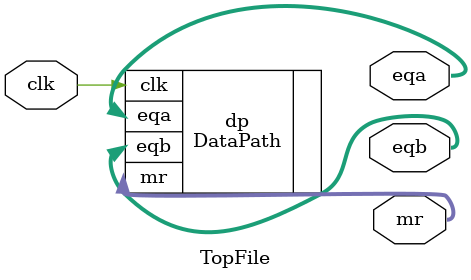
<source format=v>
`timescale 1ns / 1ps


module TopFile(
    input clk,
    output [31:0] eqa, eqb, mr
);
    
    DataPath dp(.clk(clk), .eqa(eqa), .eqb(eqb), .mr(mr));
endmodule

</source>
